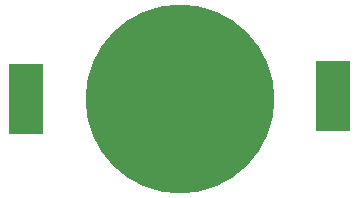
<source format=gbp>
G04 #@! TF.GenerationSoftware,KiCad,Pcbnew,no-vcs-found*
G04 #@! TF.CreationDate,2017-01-06T11:39:05+01:00*
G04 #@! TF.ProjectId,ESP32-HELP-Button-CR2032,45535033322D48454C502D427574746F,rev?*
G04 #@! TF.FileFunction,Paste,Bot*
G04 #@! TF.FilePolarity,Positive*
%FSLAX46Y46*%
G04 Gerber Fmt 4.6, Leading zero omitted, Abs format (unit mm)*
G04 Created by KiCad (PCBNEW no-vcs-found) date Fri Jan  6 11:39:05 2017*
%MOMM*%
%LPD*%
G01*
G04 APERTURE LIST*
%ADD10C,0.100000*%
%ADD11C,16.000000*%
%ADD12R,3.000000X6.000000*%
G04 APERTURE END LIST*
D10*
D11*
X42067961Y-45473131D03*
D12*
X29067961Y-45473131D03*
X55067961Y-45273131D03*
M02*

</source>
